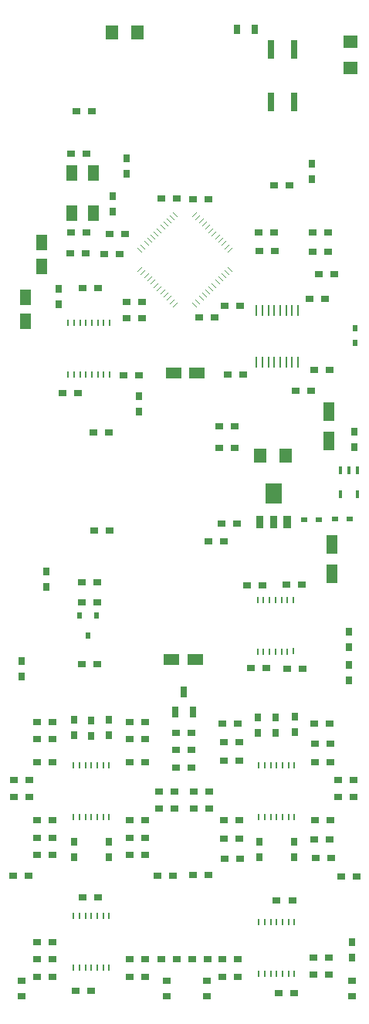
<source format=gtp>
G04 DipTrace 3.3.0.0*
G04 uTidesII.GTP*
%MOIN*%
G04 #@! TF.FileFunction,Paste,Top*
G04 #@! TF.Part,Single*
%AMOUTLINE2*
4,1,4,
-0.011776,0.010385,
-0.010385,0.011776,
0.011776,-0.010385,
0.010385,-0.011776,
-0.011776,0.010385,
0*%
%AMOUTLINE5*
4,1,4,
-0.011776,-0.010385,
0.010385,0.011776,
0.011776,0.010385,
-0.010385,-0.011776,
-0.011776,-0.010385,
0*%
%ADD79R,0.015591X0.035276*%
%ADD91R,0.047087X0.066772*%
%ADD97R,0.019528X0.025433*%
%ADD99R,0.025433X0.019528*%
%ADD101R,0.027402X0.041181*%
%ADD115R,0.019528X0.031339*%
%ADD123R,0.005969X0.047969*%
%ADD125R,0.005748X0.031339*%
%ADD129R,0.031339X0.078583*%
%ADD131R,0.031339X0.047087*%
%ADD133R,0.070709X0.051024*%
%ADD135R,0.047087X0.078583*%
%ADD137R,0.062835X0.054961*%
%ADD139R,0.054961X0.062835*%
%ADD141R,0.051024X0.070709*%
%ADD143R,0.031339X0.035276*%
%ADD145R,0.035276X0.031339*%
%ADD151OUTLINE2*%
%ADD154OUTLINE5*%
%FSLAX26Y26*%
G04*
G70*
G90*
G75*
G01*
G04 TopPaste*
%LPD*%
D145*
X1150587Y3901576D3*
X1083658D3*
D143*
X1735018Y3987049D3*
Y4053979D3*
D145*
X999203Y3455543D3*
X932274D3*
X760833Y4096839D3*
X693904D3*
D143*
X640110Y3445608D3*
Y3512538D3*
D145*
X1724438Y3470274D3*
X1791367D3*
D143*
X934223Y4076745D3*
Y4009816D3*
D145*
X904603Y3663839D3*
X837674D3*
D141*
X565372Y3712582D3*
Y3610220D3*
X496169Y3372997D3*
Y3475359D3*
D145*
X694561Y3755276D3*
X761490D3*
X690059Y3665044D3*
X756988D3*
X1357467Y3439594D3*
X1424396D3*
X1245417Y3388355D3*
X1312346D3*
X1221087Y3900908D3*
X1288017D3*
X932580Y3386904D3*
X999509D3*
X1435853Y3142800D3*
X1368923D3*
X1744024Y3162775D3*
X1810954D3*
D139*
X981524Y4619024D3*
X871288D3*
D137*
X1900400Y4578038D3*
Y4467801D3*
D143*
X1894549Y1890979D3*
Y1824049D3*
D145*
X792254Y2468363D3*
X859183D3*
X742712Y3517640D3*
X809641D3*
D135*
X1821090Y2284173D3*
Y2410157D3*
D139*
X1619717Y2793736D3*
X1509481D3*
D135*
X1805211Y2981517D3*
Y2855532D3*
D145*
X1813257Y1549564D3*
X1746328D3*
X548060Y1144024D3*
X614989D3*
D133*
X1135868Y3150417D3*
X1238230D3*
D143*
X779447Y1583980D3*
Y1650909D3*
D145*
X1811633Y1136532D3*
X1744704D3*
X548060Y1569024D3*
X614989D3*
X712034Y483032D3*
X778963D3*
X1655580Y474528D3*
X1588650D3*
X789595Y2894024D3*
X856524D3*
X1353472Y1138842D3*
X1420401D3*
X1806665Y627349D3*
X1739736D3*
X1414989Y619024D3*
X1348060D3*
X948060D3*
X1014989D3*
X614989D3*
X548060D3*
X1014989Y1569024D3*
X948060D3*
X738507Y2246473D3*
X805437D3*
D143*
X1575484Y1595885D3*
Y1662814D3*
D145*
X806524Y1894024D3*
X739595D3*
X782354Y4279292D3*
X715425D3*
X1353116Y1557321D3*
X1420045D3*
X1014989Y1144024D3*
X948060D3*
X811045Y885774D3*
X744116D3*
X1581797Y873309D3*
X1648727D3*
D133*
X1128371Y1913723D3*
X1230733D3*
D143*
X478696Y1906303D3*
Y1839374D3*
X586719Y2291623D3*
Y2224694D3*
D145*
X921265Y3138001D3*
X988194D3*
X1831461Y3577850D3*
X1764532D3*
D143*
X986843Y3048459D3*
Y2981530D3*
D145*
X724572Y3064282D3*
X657643D3*
D131*
X1181524Y1772729D3*
X1218926Y1686115D3*
X1144123D3*
D145*
X448060Y1394024D3*
X514989D3*
X448060Y1319024D3*
X514989D3*
X1139989Y1344024D3*
X1073060D3*
X1139989Y1269024D3*
X1073060D3*
X1914989Y1394024D3*
X1848060D3*
X1223060Y1344024D3*
X1289989D3*
X1914989Y1319024D3*
X1848060D3*
X1223060Y1269024D3*
X1289989D3*
D129*
X1657845Y4545990D3*
X1557845D3*
Y4321187D3*
X1657845D3*
D151*
X1144337Y3833771D3*
X1130418Y3819853D3*
X1116498Y3805933D3*
X1102578Y3792014D3*
X1088660Y3778094D3*
X1074740Y3764174D3*
X1060821Y3750255D3*
X1046901Y3736335D3*
X1032981Y3722417D3*
X1019063Y3708497D3*
X1005143Y3694577D3*
X991224Y3680658D3*
D154*
Y3597141D3*
X1005143Y3583223D3*
X1019063Y3569303D3*
X1032981Y3555383D3*
X1046901Y3541464D3*
X1060821Y3527544D3*
X1074740Y3513626D3*
X1088660Y3499706D3*
X1102578Y3485786D3*
X1116498Y3471867D3*
X1130418Y3457947D3*
X1144337Y3444028D3*
D151*
X1227854D3*
X1241772Y3457947D3*
X1255692Y3471867D3*
X1269612Y3485786D3*
X1283531Y3499706D3*
X1297451Y3513626D3*
X1311370Y3527544D3*
X1325290Y3541464D3*
X1339209Y3555383D3*
X1353128Y3569303D3*
X1367048Y3583223D3*
X1380967Y3597141D3*
D154*
Y3680658D3*
X1367048Y3694577D3*
X1353128Y3708497D3*
X1339209Y3722417D3*
X1325290Y3736335D3*
X1311370Y3750255D3*
X1297451Y3764174D3*
X1283531Y3778094D3*
X1269612Y3792014D3*
X1255692Y3805933D3*
X1241772Y3819853D3*
X1227854Y3833771D3*
D125*
X681524Y3144024D3*
X707115D3*
X732706D3*
X758296D3*
X783887D3*
X809477D3*
X835068D3*
Y3366465D3*
X809477D3*
X783887D3*
X758296D3*
X732706D3*
X707115D3*
X681524D3*
X860658D3*
Y3144024D3*
D123*
X1494334Y3195559D3*
X1520333D3*
X1546333D3*
X1571333D3*
X1597334D3*
X1622333D3*
X1648333D3*
X1674333D3*
Y3419559D3*
X1648333D3*
X1622333D3*
X1597334D3*
X1571333D3*
X1546333D3*
X1520333D3*
X1494334D3*
G36*
X1552416Y2479426D2*
X1583917D1*
Y2534542D1*
X1552416D1*
Y2479426D1*
G37*
G36*
X1611476D2*
X1642977D1*
Y2534542D1*
X1611476D1*
Y2479426D1*
G37*
G36*
X1493355D2*
X1524856D1*
Y2534542D1*
X1493355D1*
Y2479426D1*
G37*
G36*
X1532741Y2584939D2*
X1603592D1*
Y2671551D1*
X1532741D1*
Y2584939D1*
G37*
D125*
X858296Y1456024D3*
X832706D3*
X807115D3*
X781524D3*
X755934D3*
X730343D3*
X704753D3*
X858296Y1232824D3*
X832706Y1232024D3*
X807115D3*
X781524D3*
X755934D3*
X730343D3*
X704753D3*
X1658296Y1456024D3*
X1632706D3*
X1607115D3*
X1581524D3*
X1555934D3*
X1530343D3*
X1504753D3*
X1658296Y1232824D3*
X1632706Y1232024D3*
X1607115D3*
X1581524D3*
X1555934D3*
X1530343D3*
X1504753D3*
X858296Y806024D3*
X832706D3*
X807115D3*
X781524D3*
X755934D3*
X730343D3*
X704753D3*
X858296Y582824D3*
X832706Y582024D3*
X807115D3*
X781524D3*
X755934D3*
X730343D3*
X704753D3*
X1658296Y781024D3*
X1632706D3*
X1607115D3*
X1581524D3*
X1555934D3*
X1530343D3*
X1504753D3*
X1658296Y557824D3*
X1632706Y557024D3*
X1607115D3*
X1581524D3*
X1555934D3*
X1530343D3*
X1504753D3*
D115*
X767242Y2017024D3*
X729841Y2103639D3*
X804644D3*
D125*
X1653040Y2171200D3*
X1627450D3*
X1601859D3*
X1576269D3*
X1550678D3*
X1525087D3*
X1499497D3*
X1653040Y1948000D3*
X1627450Y1947200D3*
X1601859D3*
X1576269D3*
X1550678D3*
X1525087D3*
X1499497D3*
D101*
X1486586Y4633830D3*
X1411783D3*
D99*
X1834517Y2520064D3*
X1897509D3*
X1700762Y2517898D3*
X1763754D3*
D97*
X1918679Y3280746D3*
Y3343738D3*
D91*
X789877Y3839003D3*
Y4012232D3*
X695389D3*
Y3839003D3*
D145*
X1411519Y2497968D3*
X1344590D3*
X1569115Y3755215D3*
X1502186D3*
X1568593Y3959375D3*
X1635522D3*
X1804913Y3756405D3*
X1737984D3*
X1804918Y3674145D3*
X1737989D3*
X1287464Y2424532D3*
X1354393D3*
X1572783Y3675427D3*
X1505854D3*
D143*
X872477Y3845833D3*
Y3912762D3*
D145*
X928276Y3750498D3*
X861347D3*
X1401746Y2827434D3*
X1334817D3*
X1399944Y2918267D3*
X1333015D3*
X1663271Y3071549D3*
X1730200D3*
D143*
X1892116Y2032877D3*
Y1965948D3*
D145*
X1745220Y1469024D3*
X1812149D3*
X614989Y1219024D3*
X548060D3*
X1742521Y1635644D3*
X1809450D3*
X614989Y1069024D3*
X548060D3*
D143*
X1660956Y1599480D3*
Y1666409D3*
X706524Y1127489D3*
Y1060560D3*
Y1585560D3*
Y1652489D3*
X1656524Y1127489D3*
Y1060560D3*
D145*
X614989Y1644024D3*
X548060D3*
X1750557Y1056538D3*
X1817486D3*
X1748060Y1219024D3*
X1814989D3*
X614989Y1469024D3*
X548060D3*
D143*
X1906393Y626429D3*
Y693358D3*
D145*
X1284043Y618479D3*
X1217114D3*
X1082027D3*
X1148956D3*
X614989Y694024D3*
X548060D3*
X1421225Y1219024D3*
X1354296D3*
X948060Y1469024D3*
X1014989D3*
X1423241Y1054377D3*
X1356312D3*
X1348060Y544024D3*
X1414989D3*
X1014989D3*
X948060D3*
X548060D3*
X614989D3*
X948060Y1644024D3*
X1014989D3*
X1739736Y552349D3*
X1806665D3*
D143*
X856524Y1585560D3*
Y1652489D3*
X1506524Y1127489D3*
Y1060560D3*
D145*
X1281524Y460560D3*
Y527489D3*
X806577Y2158081D3*
X739648D3*
X1906524Y460560D3*
Y527489D3*
X1106524D3*
Y460560D3*
X481524D3*
Y527489D3*
D143*
X856524Y1127489D3*
Y1060560D3*
X1498769Y1596156D3*
Y1663085D3*
D145*
X1412772Y1636753D3*
X1345843D3*
X948060Y1069024D3*
X1014989D3*
X948060Y1219024D3*
X1014989D3*
X1421153Y1477888D3*
X1354224D3*
X1148060Y1597729D3*
X1214989D3*
X1148060Y1447729D3*
X1214989D3*
X1148060Y1522729D3*
X1214989D3*
X1858776Y977479D3*
X1925706D3*
X1288464Y982141D3*
X1221535D3*
X1068056Y981182D3*
X1134985D3*
X442448Y981165D3*
X509377D3*
X1622501Y2235061D3*
X1689430D3*
X1520755Y2233421D3*
X1453826D3*
X1535912Y1876649D3*
X1468982D3*
X1625574Y1871713D3*
X1692503D3*
D143*
X1915612Y2829471D3*
Y2896400D3*
D79*
X1930745Y2731190D3*
X1893343D3*
X1855942D3*
Y2624891D3*
X1930745D3*
M02*

</source>
